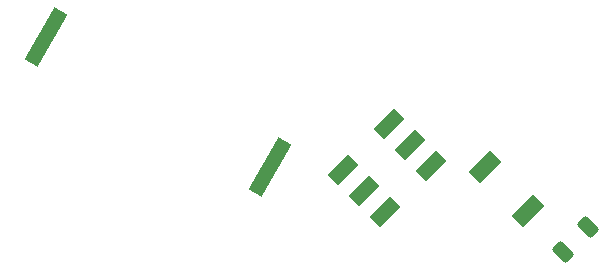
<source format=gbp>
%TF.GenerationSoftware,KiCad,Pcbnew,7.0.1-0*%
%TF.CreationDate,2023-03-26T18:35:46-04:00*%
%TF.ProjectId,space_shuttle_SAO,73706163-655f-4736-9875-74746c655f53,v04*%
%TF.SameCoordinates,Original*%
%TF.FileFunction,Paste,Bot*%
%TF.FilePolarity,Positive*%
%FSLAX46Y46*%
G04 Gerber Fmt 4.6, Leading zero omitted, Abs format (unit mm)*
G04 Created by KiCad (PCBNEW 7.0.1-0) date 2023-03-26 18:35:46*
%MOMM*%
%LPD*%
G01*
G04 APERTURE LIST*
G04 Aperture macros list*
%AMRoundRect*
0 Rectangle with rounded corners*
0 $1 Rounding radius*
0 $2 $3 $4 $5 $6 $7 $8 $9 X,Y pos of 4 corners*
0 Add a 4 corners polygon primitive as box body*
4,1,4,$2,$3,$4,$5,$6,$7,$8,$9,$2,$3,0*
0 Add four circle primitives for the rounded corners*
1,1,$1+$1,$2,$3*
1,1,$1+$1,$4,$5*
1,1,$1+$1,$6,$7*
1,1,$1+$1,$8,$9*
0 Add four rect primitives between the rounded corners*
20,1,$1+$1,$2,$3,$4,$5,0*
20,1,$1+$1,$4,$5,$6,$7,0*
20,1,$1+$1,$6,$7,$8,$9,0*
20,1,$1+$1,$8,$9,$2,$3,0*%
%AMRotRect*
0 Rectangle, with rotation*
0 The origin of the aperture is its center*
0 $1 length*
0 $2 width*
0 $3 Rotation angle, in degrees counterclockwise*
0 Add horizontal line*
21,1,$1,$2,0,0,$3*%
G04 Aperture macros list end*
%ADD10RotRect,1.400000X2.600000X315.000000*%
%ADD11RoundRect,0.249998X0.220971X-0.662915X0.662915X-0.220971X-0.220971X0.662915X-0.662915X0.220971X0*%
%ADD12RotRect,1.200000X2.500000X315.000000*%
%ADD13RotRect,1.270000X5.080000X330.000000*%
G04 APERTURE END LIST*
D10*
%TO.C,D1*%
X163897899Y-105347611D03*
X167574855Y-109024567D03*
%TD*%
D11*
%TO.C,R1*%
X170553594Y-112508833D03*
X172621882Y-110440545D03*
%TD*%
D12*
%TO.C,SW1*%
X151875969Y-105561756D03*
X155765057Y-101672668D03*
X157532824Y-103440435D03*
X153643736Y-107329523D03*
X155411503Y-109097290D03*
X159300591Y-105208202D03*
%TD*%
D13*
%TO.C,BT1*%
X145731338Y-105339334D03*
X126704760Y-94354334D03*
%TD*%
M02*

</source>
